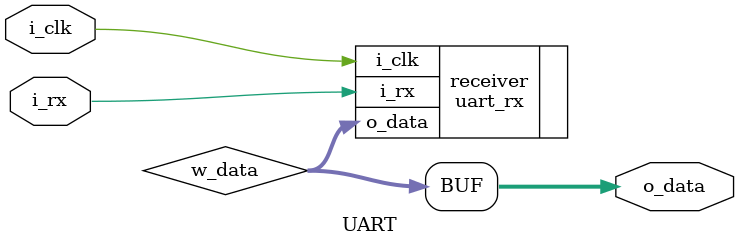
<source format=v>
module UART (
	input i_clk,
	input i_rx,
	output reg [7:0] o_data
);

wire w_data_valid;
wire [7:0] w_data;

	uart_rx receiver (.i_clk(i_clk), .i_rx(i_rx), .o_data(w_data));

	always @ (w_data_valid)
	begin
		if(w_data_valid == 1'b1) o_data <= w_data;
		else o_data <= w_data;
	end

endmodule
</source>
